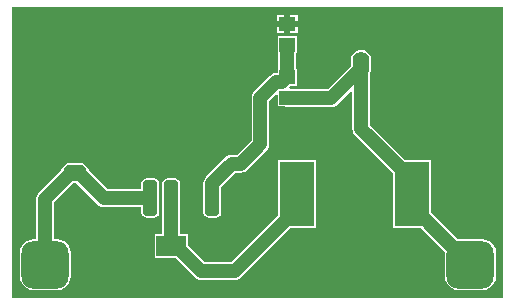
<source format=gtl>
G04*
G04 #@! TF.GenerationSoftware,Altium Limited,Altium Designer,20.0.13 (296)*
G04*
G04 Layer_Physical_Order=1*
G04 Layer_Color=255*
%FSLAX25Y25*%
%MOIN*%
G70*
G01*
G75*
%ADD12R,0.11417X0.21260*%
%ADD13R,0.09843X0.06693*%
%ADD14R,0.05315X0.04528*%
G04:AMPARAMS|DCode=15|XSize=47.24mil|YSize=120.08mil|CornerRadius=11.81mil|HoleSize=0mil|Usage=FLASHONLY|Rotation=180.000|XOffset=0mil|YOffset=0mil|HoleType=Round|Shape=RoundedRectangle|*
%AMROUNDEDRECTD15*
21,1,0.04724,0.09646,0,0,180.0*
21,1,0.02362,0.12008,0,0,180.0*
1,1,0.02362,-0.01181,0.04823*
1,1,0.02362,0.01181,0.04823*
1,1,0.02362,0.01181,-0.04823*
1,1,0.02362,-0.01181,-0.04823*
%
%ADD15ROUNDEDRECTD15*%
%ADD16R,0.32992X0.41968*%
%ADD25C,0.04724*%
G04:AMPARAMS|DCode=26|XSize=157.48mil|YSize=157.48mil|CornerRadius=39.37mil|HoleSize=0mil|Usage=FLASHONLY|Rotation=180.000|XOffset=0mil|YOffset=0mil|HoleType=Round|Shape=RoundedRectangle|*
%AMROUNDEDRECTD26*
21,1,0.15748,0.07874,0,0,180.0*
21,1,0.07874,0.15748,0,0,180.0*
1,1,0.07874,-0.03937,0.03937*
1,1,0.07874,0.03937,0.03937*
1,1,0.07874,0.03937,-0.03937*
1,1,0.07874,-0.03937,-0.03937*
%
%ADD26ROUNDEDRECTD26*%
%ADD27O,0.05512X0.08268*%
%ADD28O,0.08268X0.05512*%
G36*
X353520Y406323D02*
X189787D01*
Y409449D01*
Y503126D01*
X353520D01*
Y406323D01*
D02*
G37*
%LPC*%
G36*
X284941Y500591D02*
X282480D01*
Y498524D01*
X284941D01*
Y500591D01*
D02*
G37*
G36*
X280512D02*
X278051D01*
Y498524D01*
X280512D01*
Y500591D01*
D02*
G37*
G36*
X284941Y496555D02*
X282480D01*
Y494488D01*
X284941D01*
Y496555D01*
D02*
G37*
G36*
X280512D02*
X278051D01*
Y494488D01*
X280512D01*
Y496555D01*
D02*
G37*
G36*
X212008Y451218D02*
X209252D01*
X208376Y451103D01*
X207560Y450765D01*
X206860Y450227D01*
X206322Y449526D01*
X206040Y448846D01*
X198676Y441482D01*
X198201Y440863D01*
X197903Y440143D01*
X197801Y439370D01*
Y425834D01*
X196850D01*
X195666Y425678D01*
X194563Y425221D01*
X193616Y424495D01*
X192889Y423547D01*
X192432Y422444D01*
X192276Y421260D01*
Y413386D01*
X192432Y412202D01*
X192889Y411098D01*
X193616Y410151D01*
X194563Y409424D01*
X195666Y408967D01*
X196850Y408811D01*
X204724D01*
X205908Y408967D01*
X207012Y409424D01*
X207959Y410151D01*
X208686Y411098D01*
X209143Y412202D01*
X209299Y413386D01*
Y421260D01*
X209143Y422444D01*
X208686Y423547D01*
X207959Y424495D01*
X207012Y425221D01*
X205908Y425678D01*
X204724Y425834D01*
X203774D01*
Y438133D01*
X210092Y444451D01*
X211168D01*
X218164Y437455D01*
X218782Y436981D01*
X219503Y436683D01*
X220276Y436581D01*
X232831D01*
Y434744D01*
X232969Y434050D01*
X233363Y433461D01*
X233951Y433068D01*
X234646Y432930D01*
X237008D01*
X237702Y433068D01*
X238291Y433461D01*
X238684Y434050D01*
X238822Y434744D01*
Y444390D01*
X238684Y445084D01*
X238291Y445673D01*
X237702Y446066D01*
X237008Y446204D01*
X234646D01*
X233951Y446066D01*
X233363Y445673D01*
X232969Y445084D01*
X232831Y444390D01*
Y442553D01*
X221513D01*
X215220Y448846D01*
X214938Y449526D01*
X214400Y450227D01*
X213700Y450765D01*
X212883Y451103D01*
X212008Y451218D01*
D02*
G37*
G36*
X291012Y452144D02*
X278397D01*
Y433911D01*
X262752Y418265D01*
X254046D01*
X248373Y423939D01*
Y427605D01*
X245703D01*
Y434697D01*
X245712Y434744D01*
Y444390D01*
X245574Y445084D01*
X245181Y445673D01*
X244592Y446066D01*
X243898Y446204D01*
X241535D01*
X240841Y446066D01*
X240252Y445673D01*
X239859Y445084D01*
X239721Y444390D01*
Y434744D01*
X239730Y434697D01*
Y427605D01*
X237333D01*
Y419716D01*
X244150D01*
X250697Y413168D01*
X251316Y412693D01*
X252036Y412395D01*
X252809Y412293D01*
X263989D01*
X264762Y412395D01*
X265482Y412693D01*
X266100Y413168D01*
X282620Y429688D01*
X291012D01*
Y452144D01*
D02*
G37*
G36*
X281496Y493636D02*
X280723Y493534D01*
X280669Y493512D01*
X278240D01*
Y487787D01*
X278510D01*
Y482685D01*
X278240D01*
Y481242D01*
X277711D01*
X276938Y481140D01*
X276218Y480842D01*
X275599Y480368D01*
X270408Y475176D01*
X269934Y474558D01*
X269635Y473838D01*
X269533Y473065D01*
Y458664D01*
X264838Y453969D01*
X262940D01*
X262168Y453867D01*
X261447Y453569D01*
X260829Y453094D01*
X254384Y446650D01*
X253910Y446032D01*
X253612Y445311D01*
X253510Y444538D01*
Y444437D01*
X253501Y444390D01*
Y434744D01*
X253639Y434050D01*
X254032Y433461D01*
X254621Y433068D01*
X255315Y432930D01*
X257677D01*
X258371Y433068D01*
X258960Y433461D01*
X259353Y434050D01*
X259492Y434744D01*
Y443311D01*
X264177Y447997D01*
X266075D01*
X266848Y448098D01*
X267568Y448397D01*
X268187Y448871D01*
X274631Y455316D01*
X275106Y455934D01*
X275404Y456654D01*
X275506Y457427D01*
Y471828D01*
X277778Y474100D01*
X278240Y473909D01*
Y470071D01*
X280669D01*
X280723Y470049D01*
X281496Y469947D01*
X296161D01*
X296934Y470049D01*
X297655Y470347D01*
X298273Y470822D01*
X302654Y475203D01*
X303116Y475011D01*
Y462628D01*
X303218Y461856D01*
X303516Y461135D01*
X303991Y460517D01*
X316586Y447921D01*
Y429688D01*
X325932D01*
X334049Y421570D01*
X334008Y421260D01*
Y413386D01*
X334164Y412202D01*
X334621Y411098D01*
X335348Y410151D01*
X336295Y409424D01*
X337399Y408967D01*
X338583Y408811D01*
X346457D01*
X347641Y408967D01*
X348744Y409424D01*
X349691Y410151D01*
X350418Y411098D01*
X350875Y412202D01*
X351031Y413386D01*
Y421260D01*
X350875Y422444D01*
X350418Y423547D01*
X349691Y424495D01*
X348744Y425221D01*
X347641Y425678D01*
X346457Y425834D01*
X338583D01*
X338272Y425794D01*
X329306Y434760D01*
X329201Y434841D01*
Y452144D01*
X320809D01*
X309089Y463865D01*
Y481318D01*
X309370Y481998D01*
X309486Y482874D01*
Y485630D01*
X309370Y486506D01*
X309032Y487322D01*
X308495Y488022D01*
X307794Y488560D01*
X306978Y488898D01*
X306102Y489013D01*
X305227Y488898D01*
X304411Y488560D01*
X303710Y488022D01*
X303172Y487322D01*
X302834Y486506D01*
X302719Y485630D01*
Y483714D01*
X294924Y475919D01*
X282326D01*
X282119Y476419D01*
X282660Y476961D01*
X284752D01*
Y482685D01*
X284482D01*
Y487787D01*
X284752D01*
Y493512D01*
X282323D01*
X282269Y493534D01*
X281496Y493636D01*
D02*
G37*
%LPD*%
D12*
X284704Y440916D02*
D03*
X322893D02*
D03*
D13*
X258601Y423661D02*
D03*
X242853D02*
D03*
D14*
X281496Y479823D02*
D03*
Y472933D02*
D03*
Y497539D02*
D03*
Y490650D02*
D03*
D15*
X263386Y439567D02*
D03*
X256496D02*
D03*
X249606D02*
D03*
X242717D02*
D03*
X235827D02*
D03*
D16*
X249606Y476181D02*
D03*
D25*
X284704Y435995D02*
Y440916D01*
X263989Y415279D02*
X284704Y435995D01*
X252809Y415279D02*
X263989D01*
X242853Y423661D02*
X244428D01*
X252809Y415279D01*
X242717Y423797D02*
Y439567D01*
Y423797D02*
X242853Y423661D01*
X322893Y435995D02*
Y440916D01*
Y435995D02*
X326240Y432648D01*
X327194D01*
X342520Y417323D01*
X306102Y482874D02*
Y484252D01*
Y462628D02*
Y482874D01*
X322893Y440916D02*
Y445837D01*
X306102Y462628D02*
X322893Y445837D01*
X281496Y472933D02*
X296161D01*
X306102Y482874D01*
X200787Y417323D02*
Y439370D01*
X209252Y447835D01*
X210630D01*
X212008D01*
X220276Y439567D01*
X235827D01*
X272520Y473065D02*
X277711Y478256D01*
X256496Y444538D02*
X262940Y450983D01*
X277711Y478256D02*
X279732D01*
X262940Y450983D02*
X266075D01*
X279732Y478256D02*
X281299Y479823D01*
X266075Y450983D02*
X272520Y457427D01*
X281299Y479823D02*
X281496D01*
X272520Y457427D02*
Y473065D01*
X256496Y439567D02*
Y444538D01*
X281496Y479823D02*
Y490650D01*
D26*
X342520Y492126D02*
D03*
X200787D02*
D03*
X342520Y417323D02*
D03*
X200787D02*
D03*
D27*
X319882Y484252D02*
D03*
X306102D02*
D03*
D28*
X210630Y461614D02*
D03*
Y447835D02*
D03*
M02*

</source>
